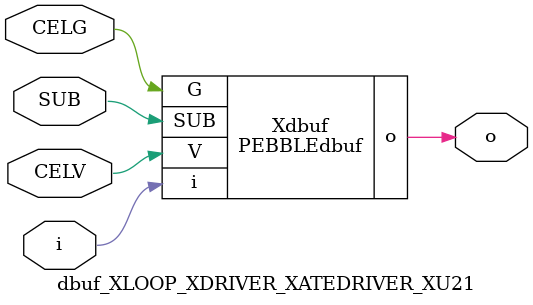
<source format=v>



module PEBBLEdbuf ( o, G, SUB, V, i );

  input V;
  input i;
  input G;
  output o;
  input SUB;
endmodule

//Celera Confidential Do Not Copy dbuf_XLOOP_XDRIVER_XATEDRIVER_XU21
//Celera Confidential Symbol Generator
//Digital Buffer
module dbuf_XLOOP_XDRIVER_XATEDRIVER_XU21 (CELV,CELG,i,o,SUB);
input CELV;
input CELG;
input i;
input SUB;
output o;

//Celera Confidential Do Not Copy dbuf
PEBBLEdbuf Xdbuf(
.V (CELV),
.i (i),
.o (o),
.SUB (SUB),
.G (CELG)
);
//,diesize,PEBBLEdbuf

//Celera Confidential Do Not Copy Module End
//Celera Schematic Generator
endmodule

</source>
